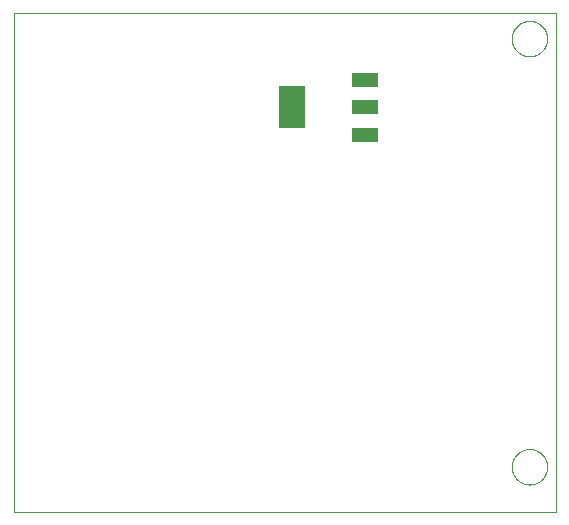
<source format=gtp>
G75*
%MOIN*%
%OFA0B0*%
%FSLAX25Y25*%
%IPPOS*%
%LPD*%
%AMOC8*
5,1,8,0,0,1.08239X$1,22.5*
%
%ADD10C,0.00000*%
%ADD11R,0.08800X0.04800*%
%ADD12R,0.08661X0.14173*%
D10*
X0001600Y0001600D02*
X0001600Y0168254D01*
X0182427Y0168254D01*
X0182427Y0001600D01*
X0001600Y0001600D01*
X0167663Y0016836D02*
X0167665Y0016989D01*
X0167671Y0017143D01*
X0167681Y0017296D01*
X0167695Y0017448D01*
X0167713Y0017601D01*
X0167735Y0017752D01*
X0167760Y0017903D01*
X0167790Y0018054D01*
X0167824Y0018204D01*
X0167861Y0018352D01*
X0167902Y0018500D01*
X0167947Y0018646D01*
X0167996Y0018792D01*
X0168049Y0018936D01*
X0168105Y0019078D01*
X0168165Y0019219D01*
X0168229Y0019359D01*
X0168296Y0019497D01*
X0168367Y0019633D01*
X0168442Y0019767D01*
X0168519Y0019899D01*
X0168601Y0020029D01*
X0168685Y0020157D01*
X0168773Y0020283D01*
X0168864Y0020406D01*
X0168958Y0020527D01*
X0169056Y0020645D01*
X0169156Y0020761D01*
X0169260Y0020874D01*
X0169366Y0020985D01*
X0169475Y0021093D01*
X0169587Y0021198D01*
X0169701Y0021299D01*
X0169819Y0021398D01*
X0169938Y0021494D01*
X0170060Y0021587D01*
X0170185Y0021676D01*
X0170312Y0021763D01*
X0170441Y0021845D01*
X0170572Y0021925D01*
X0170705Y0022001D01*
X0170840Y0022074D01*
X0170977Y0022143D01*
X0171116Y0022208D01*
X0171256Y0022270D01*
X0171398Y0022328D01*
X0171541Y0022383D01*
X0171686Y0022434D01*
X0171832Y0022481D01*
X0171979Y0022524D01*
X0172127Y0022563D01*
X0172276Y0022599D01*
X0172426Y0022630D01*
X0172577Y0022658D01*
X0172728Y0022682D01*
X0172881Y0022702D01*
X0173033Y0022718D01*
X0173186Y0022730D01*
X0173339Y0022738D01*
X0173492Y0022742D01*
X0173646Y0022742D01*
X0173799Y0022738D01*
X0173952Y0022730D01*
X0174105Y0022718D01*
X0174257Y0022702D01*
X0174410Y0022682D01*
X0174561Y0022658D01*
X0174712Y0022630D01*
X0174862Y0022599D01*
X0175011Y0022563D01*
X0175159Y0022524D01*
X0175306Y0022481D01*
X0175452Y0022434D01*
X0175597Y0022383D01*
X0175740Y0022328D01*
X0175882Y0022270D01*
X0176022Y0022208D01*
X0176161Y0022143D01*
X0176298Y0022074D01*
X0176433Y0022001D01*
X0176566Y0021925D01*
X0176697Y0021845D01*
X0176826Y0021763D01*
X0176953Y0021676D01*
X0177078Y0021587D01*
X0177200Y0021494D01*
X0177319Y0021398D01*
X0177437Y0021299D01*
X0177551Y0021198D01*
X0177663Y0021093D01*
X0177772Y0020985D01*
X0177878Y0020874D01*
X0177982Y0020761D01*
X0178082Y0020645D01*
X0178180Y0020527D01*
X0178274Y0020406D01*
X0178365Y0020283D01*
X0178453Y0020157D01*
X0178537Y0020029D01*
X0178619Y0019899D01*
X0178696Y0019767D01*
X0178771Y0019633D01*
X0178842Y0019497D01*
X0178909Y0019359D01*
X0178973Y0019219D01*
X0179033Y0019078D01*
X0179089Y0018936D01*
X0179142Y0018792D01*
X0179191Y0018646D01*
X0179236Y0018500D01*
X0179277Y0018352D01*
X0179314Y0018204D01*
X0179348Y0018054D01*
X0179378Y0017903D01*
X0179403Y0017752D01*
X0179425Y0017601D01*
X0179443Y0017448D01*
X0179457Y0017296D01*
X0179467Y0017143D01*
X0179473Y0016989D01*
X0179475Y0016836D01*
X0179473Y0016683D01*
X0179467Y0016529D01*
X0179457Y0016376D01*
X0179443Y0016224D01*
X0179425Y0016071D01*
X0179403Y0015920D01*
X0179378Y0015769D01*
X0179348Y0015618D01*
X0179314Y0015468D01*
X0179277Y0015320D01*
X0179236Y0015172D01*
X0179191Y0015026D01*
X0179142Y0014880D01*
X0179089Y0014736D01*
X0179033Y0014594D01*
X0178973Y0014453D01*
X0178909Y0014313D01*
X0178842Y0014175D01*
X0178771Y0014039D01*
X0178696Y0013905D01*
X0178619Y0013773D01*
X0178537Y0013643D01*
X0178453Y0013515D01*
X0178365Y0013389D01*
X0178274Y0013266D01*
X0178180Y0013145D01*
X0178082Y0013027D01*
X0177982Y0012911D01*
X0177878Y0012798D01*
X0177772Y0012687D01*
X0177663Y0012579D01*
X0177551Y0012474D01*
X0177437Y0012373D01*
X0177319Y0012274D01*
X0177200Y0012178D01*
X0177078Y0012085D01*
X0176953Y0011996D01*
X0176826Y0011909D01*
X0176697Y0011827D01*
X0176566Y0011747D01*
X0176433Y0011671D01*
X0176298Y0011598D01*
X0176161Y0011529D01*
X0176022Y0011464D01*
X0175882Y0011402D01*
X0175740Y0011344D01*
X0175597Y0011289D01*
X0175452Y0011238D01*
X0175306Y0011191D01*
X0175159Y0011148D01*
X0175011Y0011109D01*
X0174862Y0011073D01*
X0174712Y0011042D01*
X0174561Y0011014D01*
X0174410Y0010990D01*
X0174257Y0010970D01*
X0174105Y0010954D01*
X0173952Y0010942D01*
X0173799Y0010934D01*
X0173646Y0010930D01*
X0173492Y0010930D01*
X0173339Y0010934D01*
X0173186Y0010942D01*
X0173033Y0010954D01*
X0172881Y0010970D01*
X0172728Y0010990D01*
X0172577Y0011014D01*
X0172426Y0011042D01*
X0172276Y0011073D01*
X0172127Y0011109D01*
X0171979Y0011148D01*
X0171832Y0011191D01*
X0171686Y0011238D01*
X0171541Y0011289D01*
X0171398Y0011344D01*
X0171256Y0011402D01*
X0171116Y0011464D01*
X0170977Y0011529D01*
X0170840Y0011598D01*
X0170705Y0011671D01*
X0170572Y0011747D01*
X0170441Y0011827D01*
X0170312Y0011909D01*
X0170185Y0011996D01*
X0170060Y0012085D01*
X0169938Y0012178D01*
X0169819Y0012274D01*
X0169701Y0012373D01*
X0169587Y0012474D01*
X0169475Y0012579D01*
X0169366Y0012687D01*
X0169260Y0012798D01*
X0169156Y0012911D01*
X0169056Y0013027D01*
X0168958Y0013145D01*
X0168864Y0013266D01*
X0168773Y0013389D01*
X0168685Y0013515D01*
X0168601Y0013643D01*
X0168519Y0013773D01*
X0168442Y0013905D01*
X0168367Y0014039D01*
X0168296Y0014175D01*
X0168229Y0014313D01*
X0168165Y0014453D01*
X0168105Y0014594D01*
X0168049Y0014736D01*
X0167996Y0014880D01*
X0167947Y0015026D01*
X0167902Y0015172D01*
X0167861Y0015320D01*
X0167824Y0015468D01*
X0167790Y0015618D01*
X0167760Y0015769D01*
X0167735Y0015920D01*
X0167713Y0016071D01*
X0167695Y0016224D01*
X0167681Y0016376D01*
X0167671Y0016529D01*
X0167665Y0016683D01*
X0167663Y0016836D01*
X0167663Y0159553D02*
X0167665Y0159706D01*
X0167671Y0159860D01*
X0167681Y0160013D01*
X0167695Y0160165D01*
X0167713Y0160318D01*
X0167735Y0160469D01*
X0167760Y0160620D01*
X0167790Y0160771D01*
X0167824Y0160921D01*
X0167861Y0161069D01*
X0167902Y0161217D01*
X0167947Y0161363D01*
X0167996Y0161509D01*
X0168049Y0161653D01*
X0168105Y0161795D01*
X0168165Y0161936D01*
X0168229Y0162076D01*
X0168296Y0162214D01*
X0168367Y0162350D01*
X0168442Y0162484D01*
X0168519Y0162616D01*
X0168601Y0162746D01*
X0168685Y0162874D01*
X0168773Y0163000D01*
X0168864Y0163123D01*
X0168958Y0163244D01*
X0169056Y0163362D01*
X0169156Y0163478D01*
X0169260Y0163591D01*
X0169366Y0163702D01*
X0169475Y0163810D01*
X0169587Y0163915D01*
X0169701Y0164016D01*
X0169819Y0164115D01*
X0169938Y0164211D01*
X0170060Y0164304D01*
X0170185Y0164393D01*
X0170312Y0164480D01*
X0170441Y0164562D01*
X0170572Y0164642D01*
X0170705Y0164718D01*
X0170840Y0164791D01*
X0170977Y0164860D01*
X0171116Y0164925D01*
X0171256Y0164987D01*
X0171398Y0165045D01*
X0171541Y0165100D01*
X0171686Y0165151D01*
X0171832Y0165198D01*
X0171979Y0165241D01*
X0172127Y0165280D01*
X0172276Y0165316D01*
X0172426Y0165347D01*
X0172577Y0165375D01*
X0172728Y0165399D01*
X0172881Y0165419D01*
X0173033Y0165435D01*
X0173186Y0165447D01*
X0173339Y0165455D01*
X0173492Y0165459D01*
X0173646Y0165459D01*
X0173799Y0165455D01*
X0173952Y0165447D01*
X0174105Y0165435D01*
X0174257Y0165419D01*
X0174410Y0165399D01*
X0174561Y0165375D01*
X0174712Y0165347D01*
X0174862Y0165316D01*
X0175011Y0165280D01*
X0175159Y0165241D01*
X0175306Y0165198D01*
X0175452Y0165151D01*
X0175597Y0165100D01*
X0175740Y0165045D01*
X0175882Y0164987D01*
X0176022Y0164925D01*
X0176161Y0164860D01*
X0176298Y0164791D01*
X0176433Y0164718D01*
X0176566Y0164642D01*
X0176697Y0164562D01*
X0176826Y0164480D01*
X0176953Y0164393D01*
X0177078Y0164304D01*
X0177200Y0164211D01*
X0177319Y0164115D01*
X0177437Y0164016D01*
X0177551Y0163915D01*
X0177663Y0163810D01*
X0177772Y0163702D01*
X0177878Y0163591D01*
X0177982Y0163478D01*
X0178082Y0163362D01*
X0178180Y0163244D01*
X0178274Y0163123D01*
X0178365Y0163000D01*
X0178453Y0162874D01*
X0178537Y0162746D01*
X0178619Y0162616D01*
X0178696Y0162484D01*
X0178771Y0162350D01*
X0178842Y0162214D01*
X0178909Y0162076D01*
X0178973Y0161936D01*
X0179033Y0161795D01*
X0179089Y0161653D01*
X0179142Y0161509D01*
X0179191Y0161363D01*
X0179236Y0161217D01*
X0179277Y0161069D01*
X0179314Y0160921D01*
X0179348Y0160771D01*
X0179378Y0160620D01*
X0179403Y0160469D01*
X0179425Y0160318D01*
X0179443Y0160165D01*
X0179457Y0160013D01*
X0179467Y0159860D01*
X0179473Y0159706D01*
X0179475Y0159553D01*
X0179473Y0159400D01*
X0179467Y0159246D01*
X0179457Y0159093D01*
X0179443Y0158941D01*
X0179425Y0158788D01*
X0179403Y0158637D01*
X0179378Y0158486D01*
X0179348Y0158335D01*
X0179314Y0158185D01*
X0179277Y0158037D01*
X0179236Y0157889D01*
X0179191Y0157743D01*
X0179142Y0157597D01*
X0179089Y0157453D01*
X0179033Y0157311D01*
X0178973Y0157170D01*
X0178909Y0157030D01*
X0178842Y0156892D01*
X0178771Y0156756D01*
X0178696Y0156622D01*
X0178619Y0156490D01*
X0178537Y0156360D01*
X0178453Y0156232D01*
X0178365Y0156106D01*
X0178274Y0155983D01*
X0178180Y0155862D01*
X0178082Y0155744D01*
X0177982Y0155628D01*
X0177878Y0155515D01*
X0177772Y0155404D01*
X0177663Y0155296D01*
X0177551Y0155191D01*
X0177437Y0155090D01*
X0177319Y0154991D01*
X0177200Y0154895D01*
X0177078Y0154802D01*
X0176953Y0154713D01*
X0176826Y0154626D01*
X0176697Y0154544D01*
X0176566Y0154464D01*
X0176433Y0154388D01*
X0176298Y0154315D01*
X0176161Y0154246D01*
X0176022Y0154181D01*
X0175882Y0154119D01*
X0175740Y0154061D01*
X0175597Y0154006D01*
X0175452Y0153955D01*
X0175306Y0153908D01*
X0175159Y0153865D01*
X0175011Y0153826D01*
X0174862Y0153790D01*
X0174712Y0153759D01*
X0174561Y0153731D01*
X0174410Y0153707D01*
X0174257Y0153687D01*
X0174105Y0153671D01*
X0173952Y0153659D01*
X0173799Y0153651D01*
X0173646Y0153647D01*
X0173492Y0153647D01*
X0173339Y0153651D01*
X0173186Y0153659D01*
X0173033Y0153671D01*
X0172881Y0153687D01*
X0172728Y0153707D01*
X0172577Y0153731D01*
X0172426Y0153759D01*
X0172276Y0153790D01*
X0172127Y0153826D01*
X0171979Y0153865D01*
X0171832Y0153908D01*
X0171686Y0153955D01*
X0171541Y0154006D01*
X0171398Y0154061D01*
X0171256Y0154119D01*
X0171116Y0154181D01*
X0170977Y0154246D01*
X0170840Y0154315D01*
X0170705Y0154388D01*
X0170572Y0154464D01*
X0170441Y0154544D01*
X0170312Y0154626D01*
X0170185Y0154713D01*
X0170060Y0154802D01*
X0169938Y0154895D01*
X0169819Y0154991D01*
X0169701Y0155090D01*
X0169587Y0155191D01*
X0169475Y0155296D01*
X0169366Y0155404D01*
X0169260Y0155515D01*
X0169156Y0155628D01*
X0169056Y0155744D01*
X0168958Y0155862D01*
X0168864Y0155983D01*
X0168773Y0156106D01*
X0168685Y0156232D01*
X0168601Y0156360D01*
X0168519Y0156490D01*
X0168442Y0156622D01*
X0168367Y0156756D01*
X0168296Y0156892D01*
X0168229Y0157030D01*
X0168165Y0157170D01*
X0168105Y0157311D01*
X0168049Y0157453D01*
X0167996Y0157597D01*
X0167947Y0157743D01*
X0167902Y0157889D01*
X0167861Y0158037D01*
X0167824Y0158185D01*
X0167790Y0158335D01*
X0167760Y0158486D01*
X0167735Y0158637D01*
X0167713Y0158788D01*
X0167695Y0158941D01*
X0167681Y0159093D01*
X0167671Y0159246D01*
X0167665Y0159400D01*
X0167663Y0159553D01*
D11*
X0118800Y0145700D03*
X0118800Y0136600D03*
X0118800Y0127500D03*
D12*
X0094399Y0136600D03*
M02*

</source>
